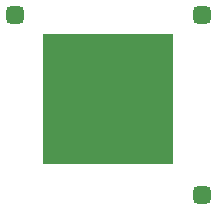
<source format=gbl>
%FSLAX25Y25*%
%MOIN*%
G70*
G01*
G75*
G04 Layer_Physical_Order=2*
G04 Layer_Color=16711680*
%ADD10R,0.43307X0.43307*%
G04:AMPARAMS|DCode=11|XSize=59.06mil|YSize=59.06mil|CornerRadius=14.76mil|HoleSize=0mil|Usage=FLASHONLY|Rotation=270.000|XOffset=0mil|YOffset=0mil|HoleType=Round|Shape=RoundedRectangle|*
%AMROUNDEDRECTD11*
21,1,0.05906,0.02953,0,0,270.0*
21,1,0.02953,0.05906,0,0,270.0*
1,1,0.02953,-0.01476,-0.01476*
1,1,0.02953,-0.01476,0.01476*
1,1,0.02953,0.01476,0.01476*
1,1,0.02953,0.01476,-0.01476*
%
%ADD11ROUNDEDRECTD11*%
D10*
X74016Y72835D02*
D03*
D11*
X42913Y100984D02*
D03*
X105118D02*
D03*
Y40945D02*
D03*
M02*

</source>
